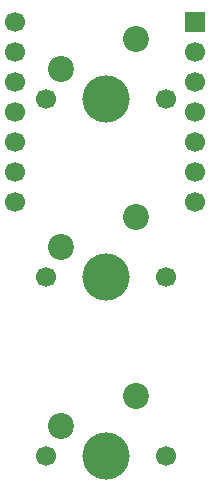
<source format=gbr>
%TF.GenerationSoftware,KiCad,Pcbnew,8.0.6*%
%TF.CreationDate,2024-10-21T23:56:12-04:00*%
%TF.ProjectId,Hackpad,4861636b-7061-4642-9e6b-696361645f70,rev?*%
%TF.SameCoordinates,Original*%
%TF.FileFunction,Soldermask,Top*%
%TF.FilePolarity,Negative*%
%FSLAX46Y46*%
G04 Gerber Fmt 4.6, Leading zero omitted, Abs format (unit mm)*
G04 Created by KiCad (PCBNEW 8.0.6) date 2024-10-21 23:56:12*
%MOMM*%
%LPD*%
G01*
G04 APERTURE LIST*
%ADD10C,1.700000*%
%ADD11C,4.000000*%
%ADD12C,2.200000*%
%ADD13R,1.700000X1.700000*%
G04 APERTURE END LIST*
D10*
%TO.C,SW3*%
X151121000Y-97720000D03*
D11*
X156201000Y-97720000D03*
D10*
X161281000Y-97720000D03*
D12*
X158741000Y-92640000D03*
X152391000Y-95180000D03*
%TD*%
D10*
%TO.C,SW2*%
X151121000Y-82630000D03*
D11*
X156201000Y-82630000D03*
D10*
X161281000Y-82630000D03*
D12*
X158741000Y-77550000D03*
X152391000Y-80090000D03*
%TD*%
D10*
%TO.C,SW1*%
X151121000Y-67540000D03*
D11*
X156201000Y-67540000D03*
D10*
X161281000Y-67540000D03*
D12*
X158741000Y-62460000D03*
X152391000Y-65000000D03*
%TD*%
D13*
%TO.C,U1*%
X163750000Y-61000000D03*
D10*
X163750000Y-63540000D03*
X163750000Y-66080000D03*
X163750000Y-68620000D03*
X163750000Y-71160000D03*
X163750000Y-73700000D03*
X163750000Y-76240000D03*
X148500000Y-76240000D03*
X148500000Y-73700000D03*
X148500000Y-71160000D03*
X148500000Y-68620000D03*
X148500000Y-66080000D03*
X148500000Y-63540000D03*
X148500000Y-61000000D03*
%TD*%
M02*

</source>
